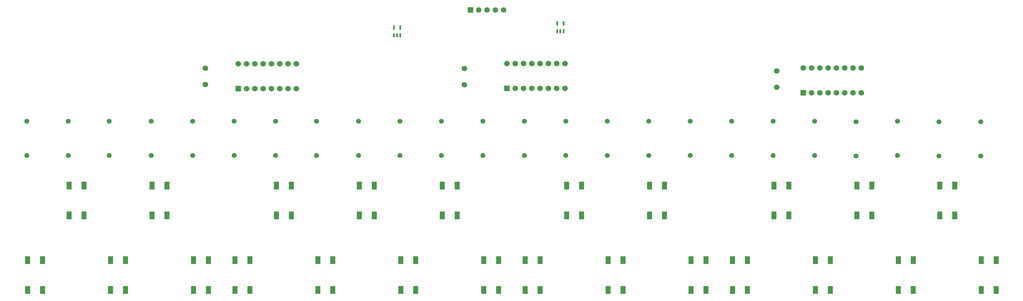
<source format=gts>
G04 Layer: TopSolderMaskLayer*
G04 EasyEDA v6.5.40, 2024-08-14 23:42:52*
G04 cb6e2e9fbd21486d88ae5690d2d3dc00,10*
G04 Gerber Generator version 0.2*
G04 Scale: 100 percent, Rotated: No, Reflected: No *
G04 Dimensions in millimeters *
G04 leading zeros omitted , absolute positions ,4 integer and 5 decimal *
%FSLAX45Y45*%
%MOMM*%

%AMMACRO1*1,1,$1,$2,$3*1,1,$1,$4,$5*1,1,$1,0-$2,0-$3*1,1,$1,0-$4,0-$5*20,1,$1,$2,$3,$4,$5,0*20,1,$1,$4,$5,0-$2,0-$3,0*20,1,$1,0-$2,0-$3,0-$4,0-$5,0*20,1,$1,0-$4,0-$5,$2,$3,0*4,1,4,$2,$3,$4,$5,0-$2,0-$3,0-$4,0-$5,$2,$3,0*%
%ADD10C,1.7000*%
%ADD11MACRO1,0.1016X0.75X1.15X0.75X-1.15*%
%ADD12C,1.7016*%
%ADD13R,1.7016X1.7016*%
%ADD14MACRO1,0.1016X-0.245X0.5785X0.245X0.5785*%
%ADD15MACRO1,0.1016X-0.245X0.5875X0.245X0.5875*%
%ADD16C,1.6764*%
%ADD17MACRO1,0.1016X-0.7874X0.7874X0.7874X0.7874*%
%ADD18C,1.5016*%

%LPD*%
D10*
G01*
X5981700Y4322013D03*
G01*
X5981700Y4822012D03*
G01*
X13914958Y4309313D03*
G01*
X13914958Y4809312D03*
D11*
G01*
X9877005Y-1069009D03*
G01*
X9876980Y-1978990D03*
G01*
X9426994Y-1069009D03*
G01*
X9426994Y-1978990D03*
G01*
X11147005Y1216990D03*
G01*
X11146980Y307009D03*
G01*
X10696994Y1216990D03*
G01*
X10696994Y307009D03*
G01*
X12417005Y-1069009D03*
G01*
X12416980Y-1978990D03*
G01*
X11966994Y-1069009D03*
G01*
X11966994Y-1978990D03*
G01*
X13687005Y1216990D03*
G01*
X13686980Y307009D03*
G01*
X13236994Y1216990D03*
G01*
X13236994Y307009D03*
G01*
X14957005Y-1069009D03*
G01*
X14956980Y-1978990D03*
G01*
X14506994Y-1069009D03*
G01*
X14506994Y-1978990D03*
G01*
X16227005Y-1069009D03*
G01*
X16226980Y-1978990D03*
G01*
X15776994Y-1069009D03*
G01*
X15776994Y-1978990D03*
G01*
X17497005Y1216990D03*
G01*
X17496980Y307009D03*
G01*
X17046994Y1216990D03*
G01*
X17046994Y307009D03*
G01*
X18767005Y-1069009D03*
G01*
X18766980Y-1978990D03*
G01*
X18316994Y-1069009D03*
G01*
X18316994Y-1978990D03*
G01*
X20037005Y1216990D03*
G01*
X20036980Y307009D03*
G01*
X19586994Y1216990D03*
G01*
X19586994Y307009D03*
G01*
X21307005Y-1069009D03*
G01*
X21306980Y-1978990D03*
G01*
X20856994Y-1069009D03*
G01*
X20856994Y-1978990D03*
G01*
X22577005Y-1069009D03*
G01*
X22576980Y-1978990D03*
G01*
X22126994Y-1069009D03*
G01*
X22126994Y-1978990D03*
G01*
X23847005Y1216990D03*
G01*
X23846980Y307009D03*
G01*
X23396994Y1216990D03*
G01*
X23396994Y307009D03*
G01*
X25117005Y-1069009D03*
G01*
X25116980Y-1978990D03*
G01*
X24666994Y-1069009D03*
G01*
X24666994Y-1978990D03*
G01*
X26387005Y1216990D03*
G01*
X26386980Y307009D03*
G01*
X25936994Y1216990D03*
G01*
X25936994Y307009D03*
G01*
X27657005Y-1069009D03*
G01*
X27656980Y-1978990D03*
G01*
X27206994Y-1069009D03*
G01*
X27206994Y-1978990D03*
G01*
X28927005Y1216990D03*
G01*
X28926980Y307009D03*
G01*
X28476994Y1216990D03*
G01*
X28476994Y307009D03*
G01*
X30197005Y-1069009D03*
G01*
X30196980Y-1978990D03*
G01*
X29746994Y-1069009D03*
G01*
X29746994Y-1978990D03*
G01*
X987005Y-1069009D03*
G01*
X986980Y-1978990D03*
G01*
X536994Y-1069009D03*
G01*
X536994Y-1978990D03*
G01*
X2257005Y1216990D03*
G01*
X2256980Y307009D03*
G01*
X1806994Y1216990D03*
G01*
X1806994Y307009D03*
G01*
X3527005Y-1069009D03*
G01*
X3526980Y-1978990D03*
G01*
X3076994Y-1069009D03*
G01*
X3076994Y-1978990D03*
G01*
X4797005Y1216990D03*
G01*
X4796980Y307009D03*
G01*
X4346994Y1216990D03*
G01*
X4346994Y307009D03*
G01*
X6067005Y-1069009D03*
G01*
X6066980Y-1978990D03*
G01*
X5616994Y-1069009D03*
G01*
X5616994Y-1978990D03*
G01*
X7337005Y-1069009D03*
G01*
X7336980Y-1978990D03*
G01*
X6886994Y-1069009D03*
G01*
X6886994Y-1978990D03*
G01*
X8607005Y1216990D03*
G01*
X8606980Y307009D03*
G01*
X8156994Y1216990D03*
G01*
X8156994Y307009D03*
D10*
G01*
X23482300Y4233113D03*
G01*
X23482300Y4733112D03*
D12*
G01*
X6985000Y4953000D03*
G01*
X7239000Y4953000D03*
G01*
X7493000Y4953000D03*
G01*
X7747000Y4953000D03*
G01*
X8001000Y4953000D03*
G01*
X8255000Y4953000D03*
G01*
X8509000Y4953000D03*
G01*
X8763000Y4953000D03*
G01*
X8763000Y4191000D03*
G01*
X8509000Y4191000D03*
G01*
X8255000Y4191000D03*
G01*
X8001000Y4191000D03*
G01*
X7747000Y4191000D03*
G01*
X7493000Y4191000D03*
G01*
X7239000Y4191000D03*
D13*
G01*
X6985000Y4191000D03*
D12*
G01*
X15214600Y4965700D03*
G01*
X15468600Y4965700D03*
G01*
X15722600Y4965700D03*
G01*
X15976600Y4965700D03*
G01*
X16230600Y4965700D03*
G01*
X16484600Y4965700D03*
G01*
X16738600Y4965700D03*
G01*
X16992600Y4965700D03*
G01*
X16992600Y4203700D03*
G01*
X16738600Y4203700D03*
G01*
X16484600Y4203700D03*
G01*
X16230600Y4203700D03*
G01*
X15976600Y4203700D03*
G01*
X15722600Y4203700D03*
G01*
X15468600Y4203700D03*
D13*
G01*
X15214600Y4203700D03*
D12*
G01*
X24295100Y4826000D03*
G01*
X24549100Y4826000D03*
G01*
X24803100Y4826000D03*
G01*
X25057100Y4826000D03*
G01*
X25311100Y4826000D03*
G01*
X25565100Y4826000D03*
G01*
X25819100Y4826000D03*
G01*
X26073100Y4826000D03*
G01*
X26073100Y4064000D03*
G01*
X25819100Y4064000D03*
G01*
X25565100Y4064000D03*
G01*
X25311100Y4064000D03*
G01*
X25057100Y4064000D03*
G01*
X24803100Y4064000D03*
G01*
X24549100Y4064000D03*
D13*
G01*
X24295100Y4064000D03*
D14*
G01*
X16757903Y5955233D03*
G01*
X16852900Y5955233D03*
G01*
X16947896Y5955233D03*
D15*
G01*
X16947896Y6185966D03*
G01*
X16757903Y6185966D03*
D14*
G01*
X11754103Y5828233D03*
G01*
X11849100Y5828233D03*
G01*
X11944096Y5828233D03*
D15*
G01*
X11944096Y6058966D03*
G01*
X11754103Y6058966D03*
D16*
G01*
X15113000Y6604000D03*
G01*
X14859000Y6604000D03*
G01*
X14605000Y6604000D03*
G01*
X14351000Y6604000D03*
D17*
G01*
X14097000Y6604000D03*
D18*
G01*
X10668000Y3191992D03*
G01*
X10668000Y2142007D03*
G01*
X11938000Y3191992D03*
G01*
X11938000Y2142007D03*
G01*
X13208000Y3191992D03*
G01*
X13208000Y2142007D03*
G01*
X14478000Y3191992D03*
G01*
X14478000Y2142007D03*
G01*
X15748000Y3191992D03*
G01*
X15748000Y2142007D03*
G01*
X17018000Y3191992D03*
G01*
X17018000Y2142007D03*
G01*
X18288000Y3191992D03*
G01*
X18288000Y2142007D03*
G01*
X19558000Y3191992D03*
G01*
X19558000Y2142007D03*
G01*
X20828000Y3191992D03*
G01*
X20828000Y2142007D03*
G01*
X22098000Y3191992D03*
G01*
X22098000Y2142007D03*
G01*
X23368000Y3191992D03*
G01*
X23368000Y2142007D03*
G01*
X24638000Y3191992D03*
G01*
X24638000Y2142007D03*
G01*
X25908000Y3179292D03*
G01*
X25908000Y2129307D03*
G01*
X29730700Y3179292D03*
G01*
X29730700Y2129307D03*
G01*
X28448000Y3179292D03*
G01*
X28448000Y2129307D03*
G01*
X27178000Y3191992D03*
G01*
X27178000Y2142007D03*
G01*
X8128000Y2142007D03*
G01*
X8128000Y3191992D03*
G01*
X6858000Y2142007D03*
G01*
X6858000Y3191992D03*
G01*
X5588000Y2142007D03*
G01*
X5588000Y3191992D03*
G01*
X4318000Y2142007D03*
G01*
X4318000Y3191992D03*
G01*
X3035300Y2142007D03*
G01*
X3035300Y3191992D03*
G01*
X1778000Y2142007D03*
G01*
X1778000Y3191992D03*
G01*
X508000Y2142007D03*
G01*
X508000Y3191992D03*
G01*
X9385300Y2142007D03*
G01*
X9385300Y3191992D03*
M02*

</source>
